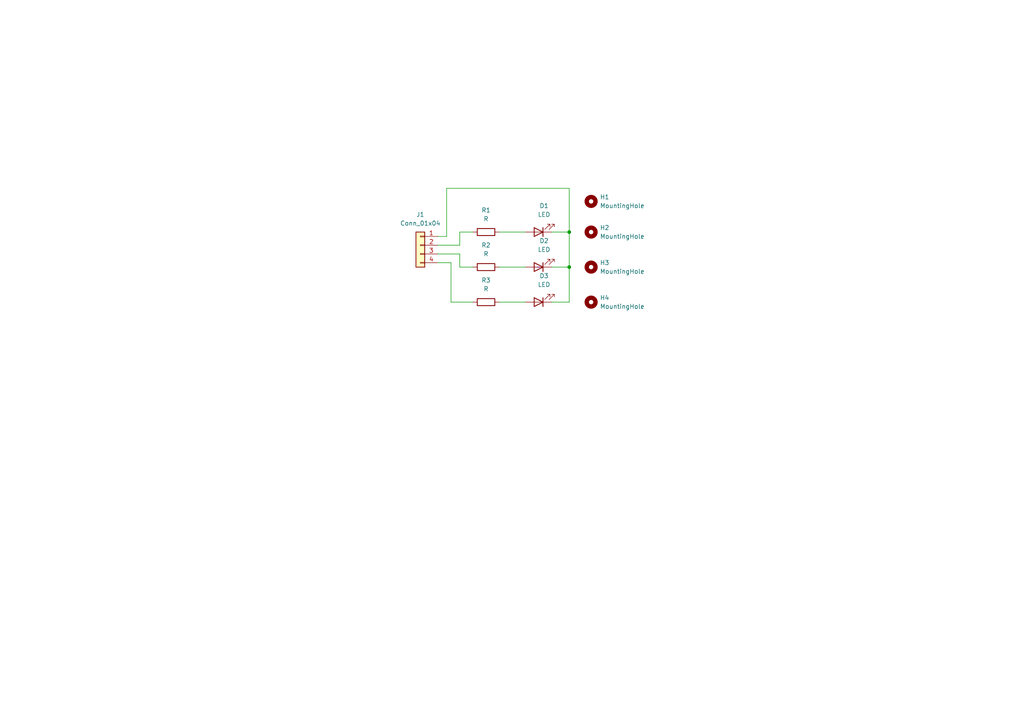
<source format=kicad_sch>
(kicad_sch (version 20211123) (generator eeschema)
  (paper "A4")
  (lib_symbols
    (symbol "Connector_Generic:Conn_01x04" (pin_names (offset 1.016) hide)
      (property "Reference" "J" (at 0 5.08 0))
      (property "Value" "Conn_01x04" (at 0 -7.62 0))
      (symbol "Conn_01x04_1_1"
        (rectangle (start -1.27 -4.953) (end 0 -5.207) (stroke (width 0.1524)))
        (rectangle (start -1.27 -2.413) (end 0 -2.667) (stroke (width 0.1524)))
        (rectangle (start -1.27 0.127) (end 0 -0.127) (stroke (width 0.1524)))
        (rectangle (start -1.27 2.667) (end 0 2.413) (stroke (width 0.1524)))
        (rectangle (start -1.27 3.81) (end 1.27 -6.35) (stroke (width 0.254)) (fill (type background)))
        (pin passive line (at -5.08 2.54 0) (length 3.81) (name "Pin_1") (number "1"))
        (pin passive line (at -5.08 0 0) (length 3.81) (name "Pin_2") (number "2"))
        (pin passive line (at -5.08 -2.54 0) (length 3.81) (name "Pin_3") (number "3"))
        (pin passive line (at -5.08 -5.08 0) (length 3.81) (name "Pin_4") (number "4"))
      )
    )
    (symbol "Device:LED" (pin_numbers hide) (pin_names (offset 1.016) hide)
      (property "Reference" "D" (at 0 2.54 0))
      (property "Value" "LED" (at 0 -2.54 0))
      (symbol "LED_0_1"
        (polyline (pts (xy -1.27 -1.27) (xy -1.27 1.27)) (stroke (width 0.254)))
        (polyline (pts (xy -1.27 0) (xy 1.27 0)))
        (polyline (pts (xy 1.27 -1.27) (xy 1.27 1.27) (xy -1.27 0) (xy 1.27 -1.27)) (stroke (width 0.254)))
        (polyline (pts (xy -3.048 -0.762) (xy -4.572 -2.286) (xy -3.81 -2.286) (xy -4.572 -2.286) (xy -4.572 -1.524)))
        (polyline (pts (xy -1.778 -0.762) (xy -3.302 -2.286) (xy -2.54 -2.286) (xy -3.302 -2.286) (xy -3.302 -1.524)))
      )
      (symbol "LED_1_1"
        (pin passive line (at -3.81 0 0) (length 2.54) (name "K") (number "1"))
        (pin passive line (at 3.81 0 180) (length 2.54) (name "A") (number "2"))
      )
    )
    (symbol "Device:R" (pin_numbers hide) (pin_names (offset 0))
      (property "Reference" "R" (at 2.032 0 90))
      (property "Value" "R" (at 0 0 90))
      (symbol "R_0_1"
        (rectangle (start -1.016 -2.54) (end 1.016 2.54) (stroke (width 0.254)))
      )
      (symbol "R_1_1"
        (pin passive line (at 0 3.81 270) (length 1.27) (name "~") (number "1"))
        (pin passive line (at 0 -3.81 90) (length 1.27) (name "~") (number "2"))
      )
    )
    (symbol "LED_1" (pin_numbers hide) (pin_names (offset 1.016) hide)
      (property "Reference" "D" (at 0 2.54 0))
      (property "Value" "LED_1" (at 0 -2.54 0))
      (symbol "LED_1_0_1"
        (polyline (pts (xy -1.27 -1.27) (xy -1.27 1.27)) (stroke (width 0.254)))
        (polyline (pts (xy -1.27 0) (xy 1.27 0)))
        (polyline (pts (xy 1.27 -1.27) (xy 1.27 1.27) (xy -1.27 0) (xy 1.27 -1.27)) (stroke (width 0.254)))
        (polyline (pts (xy -3.048 -0.762) (xy -4.572 -2.286) (xy -3.81 -2.286) (xy -4.572 -2.286) (xy -4.572 -1.524)))
        (polyline (pts (xy -1.778 -0.762) (xy -3.302 -2.286) (xy -2.54 -2.286) (xy -3.302 -2.286) (xy -3.302 -1.524)))
      )
      (symbol "LED_1_1_1"
        (pin passive line (at -3.81 0 0) (length 2.54) (name "K") (number "1"))
        (pin passive line (at 3.81 0 180) (length 2.54) (name "A") (number "2"))
      )
    )
    (symbol "Mechanical:MountingHole" (pin_names (offset 1.016))
      (property "Reference" "H" (at 0 5.08 0))
      (property "Value" "MountingHole" (at 0 3.175 0))
      (symbol "MountingHole_0_1"
        (circle (center 0 0) (radius 1.27) (stroke (width 1.27)))
      )
    )
  )
  (junction (at 165.1 77.47))
  (junction (at 165.1 67.31))
  (wire (pts (xy 165.1 77.47) (xy 165.1 67.31)))
  (wire (pts (xy 133.35 73.66) (xy 133.35 77.47)))
  (wire (pts (xy 133.35 71.12) (xy 133.35 67.31)))
  (wire (pts (xy 144.78 77.47) (xy 152.4 77.47)))
  (wire (pts (xy 133.35 77.47) (xy 137.16 77.47)))
  (wire (pts (xy 127 76.2) (xy 130.81 76.2)))
  (wire (pts (xy 165.1 67.31) (xy 165.1 54.61)))
  (wire (pts (xy 160.02 77.47) (xy 165.1 77.47)))
  (wire (pts (xy 133.35 67.31) (xy 137.16 67.31)))
  (wire (pts (xy 130.81 87.63) (xy 137.16 87.63)))
  (wire (pts (xy 144.78 67.31) (xy 152.4 67.31)))
  (wire (pts (xy 144.78 87.63) (xy 152.4 87.63)))
  (wire (pts (xy 165.1 87.63) (xy 165.1 77.47)))
  (wire (pts (xy 160.02 67.31) (xy 165.1 67.31)))
  (wire (pts (xy 160.02 87.63) (xy 165.1 87.63)))
  (wire (pts (xy 130.81 76.2) (xy 130.81 87.63)))
  (wire (pts (xy 127 71.12) (xy 133.35 71.12)))
  (wire (pts (xy 129.54 68.58) (xy 127 68.58)))
  (wire (pts (xy 127 73.66) (xy 133.35 73.66)))
  (wire (pts (xy 129.54 54.61) (xy 129.54 68.58)))
  (wire (pts (xy 165.1 54.61) (xy 129.54 54.61)))
  (symbol (lib_id "Device:R") (at 140.97 77.47 90) (unit 1)
    (property "Reference" "R2" (at 140.97 71.12 90))
    (property "Value" "R" (at 140.97 73.66 90))
    (property "Footprint" "Resistor_THT:R_Axial_DIN0207_L6.3mm_D2.5mm_P10.16mm_Horizontal" (effects hide))
  )
  (symbol (lib_id "Mechanical:MountingHole") (at 171.45 77.47 0) (unit 1)
    (property "Reference" "H3" (at 173.99 76.1999 0) (effects (justify left)))
    (property "Value" "MountingHole" (at 173.99 78.7399 0) (effects (justify left)))
    (property "Footprint" "MountingHole:MountingHole_2.5mm" (effects hide))
  )
  (symbol (lib_id "Mechanical:MountingHole") (at 171.45 87.63 0) (unit 1)
    (property "Reference" "H4" (at 173.99 86.3599 0) (effects (justify left)))
    (property "Value" "MountingHole" (at 173.99 88.8999 0) (effects (justify left)))
    (property "Footprint" "MountingHole:MountingHole_2.5mm" (effects hide))
  )
  (symbol (lib_id "Mechanical:MountingHole") (at 171.45 58.42 0) (unit 1)
    (property "Reference" "H1" (at 173.99 57.1499 0) (effects (justify left)))
    (property "Value" "MountingHole" (at 173.99 59.6899 0) (effects (justify left)))
    (property "Footprint" "MountingHole:MountingHole_2.5mm" (effects hide))
  )
  (symbol (lib_id "Mechanical:MountingHole") (at 171.45 67.31 0) (unit 1)
    (property "Reference" "H2" (at 173.99 66.0399 0) (effects (justify left)))
    (property "Value" "MountingHole" (at 173.99 68.5799 0) (effects (justify left)))
    (property "Footprint" "MountingHole:MountingHole_2.5mm" (effects hide))
  )
  (symbol (lib_id "Device:LED") (at 156.21 77.47 180) (unit 1)
    (property "Reference" "D2" (at 157.7975 69.85 0))
    (property "Value" "LED" (at 157.7975 72.39 0))
    (property "Footprint" "LED_THT:LED_D5.0mm" (effects hide))
    (property "Datasheet" "~" (at 156.21 77.47 0))
  )
  (symbol (lib_id "Connector_Generic:Conn_01x04") (at 121.92 71.12 0) (mirror y) (unit 1)
    (property "Reference" "J1" (at 121.92 62.23 0))
    (property "Value" "Conn_01x04" (at 121.92 64.77 0))
    (property "Footprint" "Connector_JST:JST_PH_B4B-PH-K_1x04_P2.00mm_Vertical" (effects hide))
  )
  (symbol (lib_id "Device:R") (at 140.97 67.31 90) (unit 1)
    (property "Reference" "R1" (at 140.97 60.96 90))
    (property "Value" "R" (at 140.97 63.5 90))
    (property "Footprint" "Resistor_THT:R_Axial_DIN0207_L6.3mm_D2.5mm_P10.16mm_Horizontal" (effects hide))
  )
  (symbol (lib_name "LED_1") (lib_id "Device:LED") (at 156.21 67.31 180) (unit 1)
    (property "Reference" "D1" (at 157.7975 59.69 0))
    (property "Value" "LED" (at 157.7975 62.23 0))
    (property "Footprint" "LED_THT:LED_D5.0mm" (effects hide))
  )
  (symbol (lib_id "Device:R") (at 140.97 87.63 90) (unit 1)
    (property "Reference" "R3" (at 140.97 81.28 90))
    (property "Value" "R" (at 140.97 83.82 90))
    (property "Footprint" "Resistor_THT:R_Axial_DIN0207_L6.3mm_D2.5mm_P10.16mm_Horizontal" (effects hide))
  )
  (symbol (lib_id "Device:LED") (at 156.21 87.63 180) (unit 1)
    (property "Reference" "D3" (at 157.7975 80.01 0))
    (property "Value" "LED" (at 157.7975 82.55 0))
    (property "Footprint" "LED_THT:LED_D5.0mm" (effects hide))
  )
)
</source>
